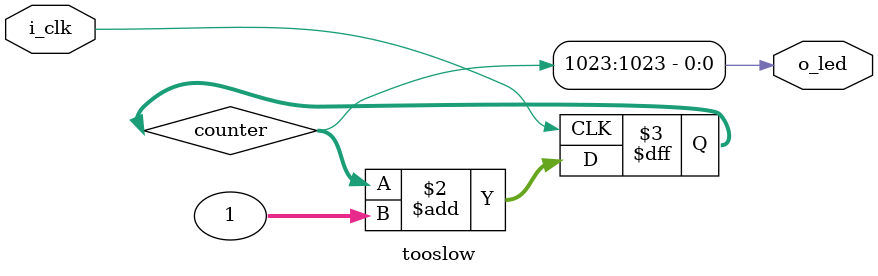
<source format=v>
module tooslow (i_clk, o_led);
    input   wire    i_clk;
    output  wire    o_led;

    parameter   NBITS = 1024;
    reg [NBITS - 1:0] counter;

    always @(posedge i_clk) begin
        counter <= counter + 1;
    end

    assign o_led = counter[NBITS-1];

endmodule
</source>
